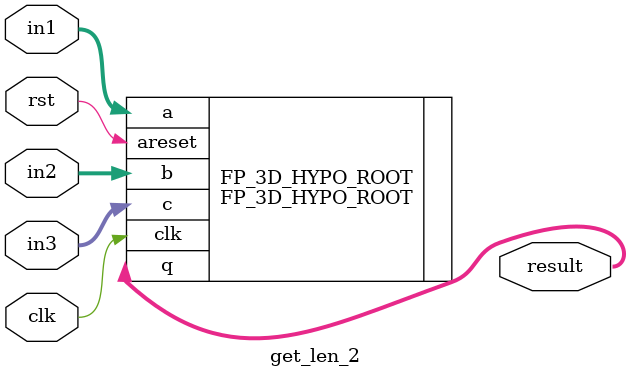
<source format=v>


module get_len_2
#(
	parameter DATA_WIDTH = 32
)
(
	input clk,
	input rst,
	input [DATA_WIDTH-1:0] in1,
	input [DATA_WIDTH-1:0] in2,
	input [DATA_WIDTH-1:0] in3,
	output [DATA_WIDTH-1:0] result
);

	FP_3D_HYPO_ROOT FP_3D_HYPO_ROOT
	(
		.clk(clk),
		.areset(rst),
		.a(in1),
		.b(in2),
		.c(in3),
		.q(result)
	);

endmodule

</source>
